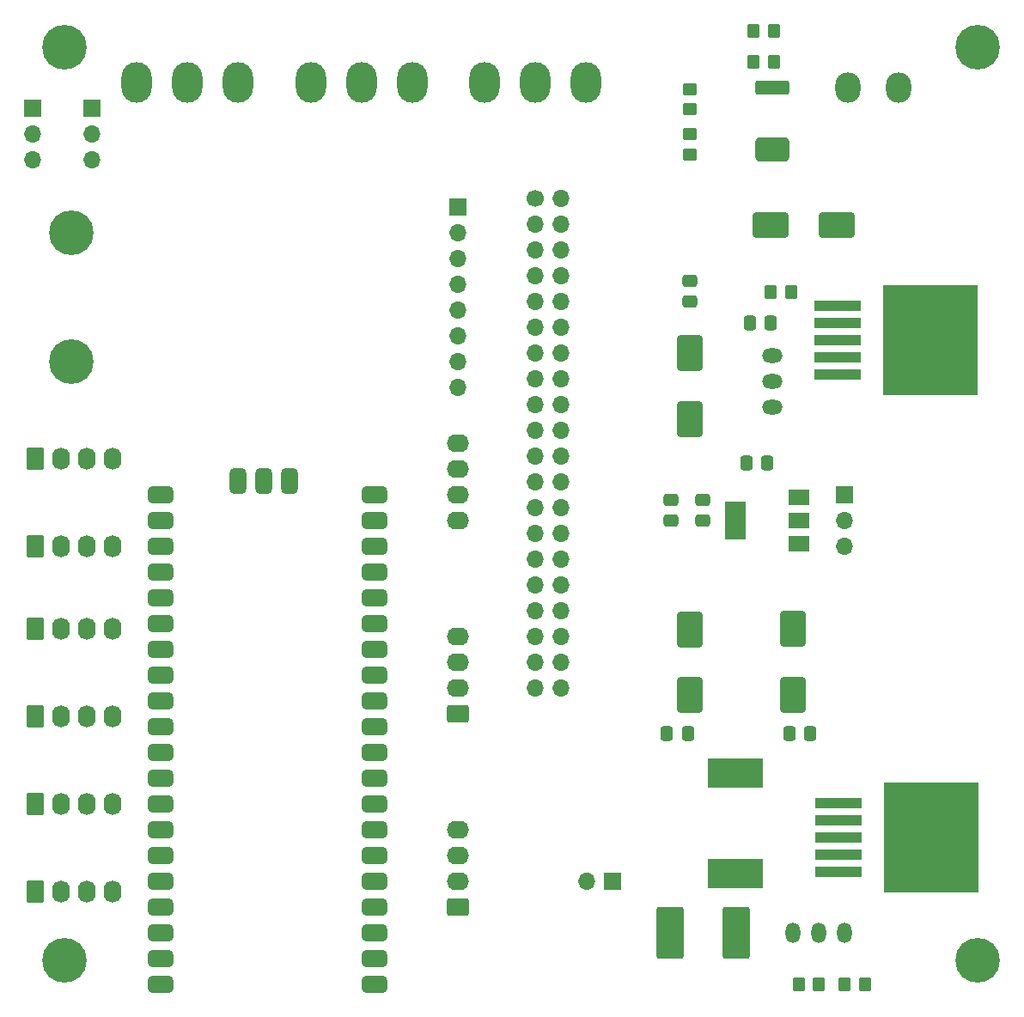
<source format=gbr>
%TF.GenerationSoftware,KiCad,Pcbnew,6.0.5*%
%TF.CreationDate,2022-06-21T11:31:32-03:00*%
%TF.ProjectId,trekking,7472656b-6b69-46e6-972e-6b696361645f,rev?*%
%TF.SameCoordinates,Original*%
%TF.FileFunction,Soldermask,Top*%
%TF.FilePolarity,Negative*%
%FSLAX46Y46*%
G04 Gerber Fmt 4.6, Leading zero omitted, Abs format (unit mm)*
G04 Created by KiCad (PCBNEW 6.0.5) date 2022-06-21 11:31:32*
%MOMM*%
%LPD*%
G01*
G04 APERTURE LIST*
G04 Aperture macros list*
%AMRoundRect*
0 Rectangle with rounded corners*
0 $1 Rounding radius*
0 $2 $3 $4 $5 $6 $7 $8 $9 X,Y pos of 4 corners*
0 Add a 4 corners polygon primitive as box body*
4,1,4,$2,$3,$4,$5,$6,$7,$8,$9,$2,$3,0*
0 Add four circle primitives for the rounded corners*
1,1,$1+$1,$2,$3*
1,1,$1+$1,$4,$5*
1,1,$1+$1,$6,$7*
1,1,$1+$1,$8,$9*
0 Add four rect primitives between the rounded corners*
20,1,$1+$1,$2,$3,$4,$5,0*
20,1,$1+$1,$4,$5,$6,$7,0*
20,1,$1+$1,$6,$7,$8,$9,0*
20,1,$1+$1,$8,$9,$2,$3,0*%
G04 Aperture macros list end*
%ADD10RoundRect,0.250000X0.350000X0.450000X-0.350000X0.450000X-0.350000X-0.450000X0.350000X-0.450000X0*%
%ADD11RoundRect,0.250000X0.337500X0.475000X-0.337500X0.475000X-0.337500X-0.475000X0.337500X-0.475000X0*%
%ADD12RoundRect,0.250001X1.074999X2.324999X-1.074999X2.324999X-1.074999X-2.324999X1.074999X-2.324999X0*%
%ADD13R,1.700000X1.700000*%
%ADD14O,1.700000X1.700000*%
%ADD15C,4.400000*%
%ADD16RoundRect,0.250000X-0.350000X-0.450000X0.350000X-0.450000X0.350000X0.450000X-0.350000X0.450000X0*%
%ADD17O,3.000000X4.000000*%
%ADD18O,1.440000X2.000000*%
%ADD19RoundRect,0.250000X-0.620000X-0.845000X0.620000X-0.845000X0.620000X0.845000X-0.620000X0.845000X0*%
%ADD20O,1.740000X2.190000*%
%ADD21O,2.500000X3.000000*%
%ADD22RoundRect,0.250000X-0.337500X-0.475000X0.337500X-0.475000X0.337500X0.475000X-0.337500X0.475000X0*%
%ADD23RoundRect,0.250000X0.475000X-0.337500X0.475000X0.337500X-0.475000X0.337500X-0.475000X-0.337500X0*%
%ADD24R,2.000000X1.500000*%
%ADD25R,2.000000X3.800000*%
%ADD26RoundRect,0.250000X-1.000000X1.500000X-1.000000X-1.500000X1.000000X-1.500000X1.000000X1.500000X0*%
%ADD27RoundRect,0.249999X-1.425001X0.450001X-1.425001X-0.450001X1.425001X-0.450001X1.425001X0.450001X0*%
%ADD28RoundRect,0.428570X-1.246430X0.771430X-1.246430X-0.771430X1.246430X-0.771430X1.246430X0.771430X0*%
%ADD29R,5.400000X2.900000*%
%ADD30RoundRect,0.250000X-1.500000X-1.000000X1.500000X-1.000000X1.500000X1.000000X-1.500000X1.000000X0*%
%ADD31RoundRect,0.250000X0.845000X-0.620000X0.845000X0.620000X-0.845000X0.620000X-0.845000X-0.620000X0*%
%ADD32O,2.190000X1.740000*%
%ADD33RoundRect,0.412500X0.837500X0.412500X-0.837500X0.412500X-0.837500X-0.412500X0.837500X-0.412500X0*%
%ADD34RoundRect,0.412500X-0.412500X0.837500X-0.412500X-0.837500X0.412500X-0.837500X0.412500X0.837500X0*%
%ADD35O,2.000000X1.440000*%
%ADD36RoundRect,0.250000X1.000000X-1.500000X1.000000X1.500000X-1.000000X1.500000X-1.000000X-1.500000X0*%
%ADD37RoundRect,0.250000X-0.450000X0.350000X-0.450000X-0.350000X0.450000X-0.350000X0.450000X0.350000X0*%
%ADD38C,1.700000*%
%ADD39R,4.600000X1.100000*%
%ADD40R,9.400000X10.800000*%
G04 APERTURE END LIST*
D10*
%TO.C,R2*%
X119380000Y-152400000D03*
X117380000Y-152400000D03*
%TD*%
D11*
%TO.C,C2*%
X114621000Y-87200000D03*
X112546000Y-87200000D03*
%TD*%
D12*
%TO.C,D1*%
X111225000Y-147320000D03*
X104675000Y-147320000D03*
%TD*%
D13*
%TO.C,J2*%
X121920000Y-104140000D03*
D14*
X121920000Y-106680000D03*
X121920000Y-109220000D03*
%TD*%
D15*
%TO.C,REF\u002A\u002A*%
X45000000Y-60000000D03*
%TD*%
D16*
%TO.C,R3*%
X121920000Y-152400000D03*
X123920000Y-152400000D03*
%TD*%
D17*
%TO.C,J7*%
X62150000Y-63500000D03*
X57150000Y-63500000D03*
X52150000Y-63500000D03*
%TD*%
D13*
%TO.C,J19*%
X99060000Y-142240000D03*
D14*
X96520000Y-142240000D03*
%TD*%
D18*
%TO.C,RV2*%
X121905000Y-147320000D03*
X119365000Y-147320000D03*
X116825000Y-147320000D03*
%TD*%
D17*
%TO.C,J5*%
X86440000Y-63500000D03*
X91440000Y-63500000D03*
X96440000Y-63500000D03*
%TD*%
D19*
%TO.C,J14*%
X42164000Y-134620000D03*
D20*
X44704000Y-134620000D03*
X47244000Y-134620000D03*
X49784000Y-134620000D03*
%TD*%
D16*
%TO.C,R5*%
X112905000Y-58420000D03*
X114905000Y-58420000D03*
%TD*%
D21*
%TO.C,J8*%
X122201500Y-64008000D03*
X127201500Y-64008000D03*
%TD*%
D16*
%TO.C,R1*%
X114637000Y-84152000D03*
X116637000Y-84152000D03*
%TD*%
D19*
%TO.C,J15*%
X42164000Y-117348000D03*
D20*
X44704000Y-117348000D03*
X47244000Y-117348000D03*
X49784000Y-117348000D03*
%TD*%
D22*
%TO.C,C3*%
X116437500Y-127635000D03*
X118512500Y-127635000D03*
%TD*%
D23*
%TO.C,C8*%
X106680000Y-85090000D03*
X106680000Y-83015000D03*
%TD*%
D24*
%TO.C,U2*%
X117425000Y-108980000D03*
X117425000Y-106680000D03*
D25*
X111125000Y-106680000D03*
D24*
X117425000Y-104380000D03*
%TD*%
D26*
%TO.C,C9*%
X106680000Y-90170000D03*
X106680000Y-96670000D03*
%TD*%
D17*
%TO.C,J6*%
X69295000Y-63500000D03*
X74295000Y-63500000D03*
X79295000Y-63500000D03*
%TD*%
D27*
%TO.C,R6*%
X114808000Y-64006000D03*
D28*
X114808000Y-70106000D03*
%TD*%
D23*
%TO.C,C6*%
X107925000Y-106680000D03*
X107925000Y-104605000D03*
%TD*%
D15*
%TO.C,REF\u002A\u002A*%
X45000000Y-150000000D03*
%TD*%
D10*
%TO.C,R4*%
X114937000Y-61468000D03*
X112937000Y-61468000D03*
%TD*%
D29*
%TO.C,L1*%
X111125000Y-141475000D03*
X111125000Y-131575000D03*
%TD*%
D15*
%TO.C,REF\u002A\u002A*%
X45720000Y-91040000D03*
%TD*%
%TO.C,REF\u002A\u002A*%
X135000000Y-150000000D03*
%TD*%
D30*
%TO.C,C4*%
X114621000Y-77548000D03*
X121121000Y-77548000D03*
%TD*%
D13*
%TO.C,J18*%
X83820000Y-75800000D03*
D14*
X83820000Y-78340000D03*
X83820000Y-80880000D03*
X83820000Y-83420000D03*
X83820000Y-85960000D03*
X83820000Y-88500000D03*
X83820000Y-91040000D03*
X83820000Y-93580000D03*
%TD*%
D15*
%TO.C,REF\u002A\u002A*%
X45720000Y-78340000D03*
%TD*%
D13*
%TO.C,J3*%
X47700000Y-66000000D03*
D14*
X47700000Y-68540000D03*
X47700000Y-71080000D03*
%TD*%
D31*
%TO.C,J9*%
X83820000Y-144780000D03*
D32*
X83820000Y-142240000D03*
X83820000Y-139700000D03*
X83820000Y-137160000D03*
%TD*%
D33*
%TO.C,U1*%
X75565000Y-152400000D03*
X75565000Y-149860000D03*
X75565000Y-147320000D03*
X75565000Y-144780000D03*
X75565000Y-142240000D03*
X75565000Y-139700000D03*
X75565000Y-137160000D03*
X75565000Y-134620000D03*
X75565000Y-132080000D03*
X75565000Y-129540000D03*
X75565000Y-127000000D03*
X75565000Y-124460000D03*
X75565000Y-121920000D03*
X75565000Y-119380000D03*
X75565000Y-116840000D03*
X75565000Y-114300000D03*
X75565000Y-111760000D03*
X75565000Y-109220000D03*
X75565000Y-106680000D03*
X75565000Y-104140000D03*
X54483000Y-104140000D03*
X54483000Y-106680000D03*
X54483000Y-109220000D03*
X54483000Y-111760000D03*
X54483000Y-114300000D03*
X54483000Y-116840000D03*
X54483000Y-119380000D03*
X54483000Y-121920000D03*
X54483000Y-124460000D03*
X54483000Y-127000000D03*
X54483000Y-129540000D03*
X54483000Y-132080000D03*
X54483000Y-134620000D03*
X54483000Y-137160000D03*
X54483000Y-139700000D03*
X54483000Y-142240000D03*
X54483000Y-144780000D03*
X54483000Y-147320000D03*
X54483000Y-149860000D03*
X54483000Y-152400000D03*
D34*
X67183000Y-102743000D03*
X64643000Y-102743000D03*
X62103000Y-102743000D03*
%TD*%
D35*
%TO.C,RV1*%
X114808000Y-95504000D03*
X114808000Y-92964000D03*
X114808000Y-90424000D03*
%TD*%
D19*
%TO.C,J12*%
X42164000Y-125984000D03*
D20*
X44704000Y-125984000D03*
X47244000Y-125984000D03*
X49784000Y-125984000D03*
%TD*%
D11*
%TO.C,C1*%
X114300000Y-100965000D03*
X112225000Y-100965000D03*
%TD*%
D36*
%TO.C,C5*%
X116840000Y-123825000D03*
X116840000Y-117325000D03*
%TD*%
D19*
%TO.C,J16*%
X42164000Y-143256000D03*
D20*
X44704000Y-143256000D03*
X47244000Y-143256000D03*
X49784000Y-143256000D03*
%TD*%
D32*
%TO.C,J11*%
X83820000Y-106680000D03*
X83820000Y-104140000D03*
X83820000Y-101600000D03*
X83820000Y-99060000D03*
%TD*%
D15*
%TO.C,REF\u002A\u002A*%
X135000000Y-60000000D03*
%TD*%
D37*
%TO.C,R7*%
X106680000Y-64135000D03*
X106680000Y-66135000D03*
%TD*%
D31*
%TO.C,J10*%
X83820000Y-125730000D03*
D32*
X83820000Y-123190000D03*
X83820000Y-120650000D03*
X83820000Y-118110000D03*
%TD*%
D38*
%TO.C,J1*%
X91435000Y-74930000D03*
D14*
X93975000Y-74930000D03*
X91435000Y-77470000D03*
X93975000Y-77470000D03*
X91435000Y-80010000D03*
X93975000Y-80010000D03*
X91435000Y-82550000D03*
X93975000Y-82550000D03*
X91435000Y-85090000D03*
X93975000Y-85090000D03*
X91435000Y-87630000D03*
X93975000Y-87630000D03*
X91435000Y-90170000D03*
X93975000Y-90170000D03*
X91435000Y-92710000D03*
X93975000Y-92710000D03*
X91435000Y-95250000D03*
X93975000Y-95250000D03*
X91435000Y-97790000D03*
X93975000Y-97790000D03*
X91435000Y-100330000D03*
X93975000Y-100330000D03*
X91435000Y-102870000D03*
X93975000Y-102870000D03*
X91435000Y-105410000D03*
X93975000Y-105410000D03*
X91435000Y-107950000D03*
X93975000Y-107950000D03*
X91435000Y-110490000D03*
X93975000Y-110490000D03*
X91435000Y-113030000D03*
X93975000Y-113030000D03*
X91435000Y-115570000D03*
X93975000Y-115570000D03*
X91435000Y-118110000D03*
X93975000Y-118110000D03*
X91435000Y-120650000D03*
X93975000Y-120650000D03*
X91435000Y-123190000D03*
X93975000Y-123190000D03*
%TD*%
D19*
%TO.C,J17*%
X42164000Y-109220000D03*
D20*
X44704000Y-109220000D03*
X47244000Y-109220000D03*
X49784000Y-109220000D03*
%TD*%
D19*
%TO.C,J13*%
X42164000Y-100584000D03*
D20*
X44704000Y-100584000D03*
X47244000Y-100584000D03*
X49784000Y-100584000D03*
%TD*%
D37*
%TO.C,R8*%
X106680000Y-68580000D03*
X106680000Y-70580000D03*
%TD*%
D23*
%TO.C,C7*%
X104750000Y-106680000D03*
X104750000Y-104605000D03*
%TD*%
D39*
%TO.C,U4*%
X121291000Y-134541000D03*
X121291000Y-136241000D03*
D40*
X130441000Y-137941000D03*
D39*
X121291000Y-137941000D03*
X121291000Y-139641000D03*
X121291000Y-141341000D03*
%TD*%
%TO.C,U3*%
X121225000Y-85500000D03*
X121225000Y-87200000D03*
D40*
X130375000Y-88900000D03*
D39*
X121225000Y-88900000D03*
X121225000Y-90600000D03*
X121225000Y-92300000D03*
%TD*%
D13*
%TO.C,J4*%
X41910000Y-66040000D03*
D14*
X41910000Y-68580000D03*
X41910000Y-71120000D03*
%TD*%
D11*
%TO.C,C10*%
X106447500Y-127635000D03*
X104372500Y-127635000D03*
%TD*%
D36*
%TO.C,C11*%
X106680000Y-123900000D03*
X106680000Y-117400000D03*
%TD*%
M02*

</source>
